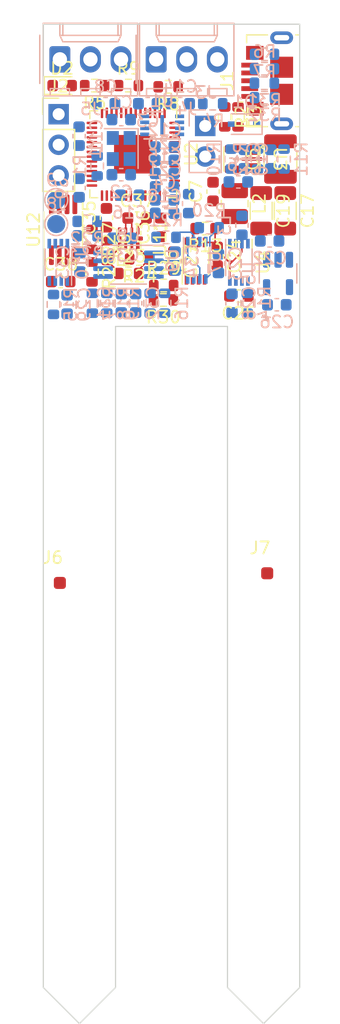
<source format=kicad_pcb>
(kicad_pcb (version 20211014) (generator pcbnew)
  (layers (0 "F.Cu" signal) (1 "In1.Cu" signal) (2 "In2.Cu" signal) (31 "B.Cu" signal) (34 "B.Paste" user) (35 "F.Paste" user) (36 "B.SilkS" user "B.Silkscreen") (37 "F.SilkS" user "F.Silkscreen") (38 "B.Mask" user) (39 "F.Mask" user) (44 "Edge.Cuts" user))
  (net 0 "")
  (net 1 "/XIN")
  (net 2 "GND")
  (net 3 "Net-(C2-Pad1)")
  (net 4 "+3V3")
  (net 5 "Net-(C4-Pad1)")
  (net 6 "+24V")
  (net 7 "Net-(C6-Pad2)")
  (net 8 "Net-(C7-Pad1)")
  (net 9 "Net-(C7-Pad2)")
  (net 10 "+1V1")
  (net 11 "Net-(C10-Pad2)")
  (net 12 "Net-(C13-Pad1)")
  (net 13 "Net-(C22-Pad1)")
  (net 14 "+2V5")
  (net 15 "VBUS")
  (net 16 "Net-(D2-Pad2)")
  (net 17 "Net-(J1-Pad2)")
  (net 18 "Net-(J1-Pad3)")
  (net 20 "Net-(J2-Pad1)")
  (net 21 "Net-(J2-Pad3)")
  (net 22 "Net-(J3-Pad1)")
  (net 23 "Net-(J4-Pad3)")
  (net 24 "Net-(J5-Pad3)")
  (net 25 "/XOUT")
  (net 26 "Net-(R2-Pad2)")
  (net 27 "Net-(R3-Pad2)")
  (net 28 "/QSPI_CS")
  (net 29 "Net-(R5-Pad1)")
  (net 30 "Net-(R6-Pad2)")
  (net 31 "/UART1")
  (net 32 "/UART0")
  (net 33 "/QSPI_D1")
  (net 34 "/QSPI_D2")
  (net 35 "/QSPI_D0")
  (net 36 "/QSPI_CLK")
  (net 37 "/QSPI_D3")
  (net 42 "/GAIN_U{slash}ND")
  (net 43 "/GAIN_NCS")
  (net 44 "/EN_Sens")
  (net 54 "/Sens_Clk")
  (net 59 "/Csens")
  (net 64 "Net-(R15-Pad2)")
  (net 65 "Net-(C24-Pad1)")
  (net 66 "Net-(R13-Pad2)")
  (net 68 "Net-(R14-Pad2)")
  (net 69 "/capSens/TRI2")
  (net 70 "/capSens/TRI1")
  (net 71 "Net-(U8-Pad1)")
  (net 72 "Net-(C28-Pad2)")
  (net 73 "Net-(C29-Pad2)")
  (net 74 "Net-(J8-Pad1)")
  (net 75 "Net-(R20-Pad1)")
  (net 76 "Net-(R21-Pad1)")
  (net 77 "Net-(R23-Pad1)")
  (net 78 "Net-(C35-Pad1)")
  (net 79 "Net-(R25-Pad1)")
  (net 80 "Net-(C36-Pad1)")
  (net 81 "Net-(J9-Pad1)")
  (net 83 "Net-(C28-Pad1)")
  (net 84 "Net-(C29-Pad1)")
  (net 85 "/capSens/VREF")
  (net 86 "Net-(D1-Pad2)")
  (net 87 "Net-(R22-Pad1)")
  (net 88 "Net-(R24-Pad1)")
  (net 89 "Net-(U6-Pad3)")
  (net 90 "Net-(U10-Pad1)")
  (net 91 "Net-(R29-Pad1)")
  (footprint "Capacitor_SMD:C_1206_3216Metric" (layer "F.Cu") (at 233.3 53.9 -90)
    (fp_text reference "C19")
    (fp_text value "22µ")
  )
  (footprint "Bergi:dummyPad" (layer "F.Cu") (at 216.575 84.8)
    (fp_text reference "J6")
    (fp_text value "Conn_01x01")
  )
  (footprint "Capacitor_SMD:C_0603_1608Metric" (layer "F.Cu") (at 216.646428 59.775)
    (fp_text reference "C38")
    (fp_text value "100nF")
  )
  (footprint "Capacitor_SMD:C_1210_3225Metric" (layer "F.Cu") (at 234.9 49.6 90)
    (fp_text reference "C5")
    (fp_text value "10µ")
  )
  (footprint "Resistor_SMD:R_0603_1608Metric" (layer "F.Cu") (at 219.246428 58.975 -90)
    (fp_text reference "R28")
    (fp_text value "20k")
  )
  (footprint "Package_SO:VSSOP-8_2.3x2mm_P0.5mm" (layer "F.Cu") (at 231.446428 58.175 -90)
    (fp_text reference "U4")
    (fp_text value "74AUC2G86")
  )
  (footprint "Resistor_SMD:R_0603_1608Metric" (layer "F.Cu") (at 223.196428 57.9 180)
    (fp_text reference "R24")
    (fp_text value "20k")
  )
  (footprint "Resistor_SMD:R_0603_1608Metric" (layer "F.Cu") (at 225.2 60.1)
    (fp_text reference "R29")
    (fp_text value "4.3k")
  )
  (footprint "Capacitor_SMD:C_0603_1608Metric" (layer "F.Cu") (at 229.3 52.3 90)
    (fp_text reference "C7")
    (fp_text value "100n")
  )
  (footprint "Connector_USB:USB_Micro-B_GCT_USB3076-30-A" (layer "F.Cu") (at 233.8 43.1 90)
    (fp_text reference "J1")
    (fp_text value "USB_B_Micro")
  )
  (footprint "Resistor_SMD:R_0603_1608Metric" (layer "F.Cu") (at 225.175 61.3 180)
    (fp_text reference "R30")
    (fp_text value "10k")
  )
  (footprint "Capacitor_SMD:C_0603_1608Metric" (layer "F.Cu") (at 220.446428 54.475 90)
    (fp_text reference "C35")
    (fp_text value "10n")
  )
  (footprint "Resistor_SMD:R_0603_1608Metric" (layer "F.Cu") (at 219.246428 56.275 -90)
    (fp_text reference "R27")
    (fp_text value "20k")
  )
  (footprint "Inductor_SMD:L_1008_2520Metric" (layer "F.Cu") (at 231.1 53.3 -90)
    (fp_text reference "L2")
    (fp_text value "4.7u")
  )
  (footprint "Package_SO:MSOP-8_3x3mm_P0.65mm" (layer "F.Cu") (at 216.846428 55.475 90)
    (fp_text reference "U12")
    (fp_text value "MCP4011-xxxxMS")
  )
  (footprint "Resistor_SMD:R_0603_1608Metric" (layer "F.Cu") (at 219.465476 43.5 180)
    (fp_text reference "R5")
    (fp_text value "470R")
  )
  (footprint "LED_SMD:LED_0603_1608Metric" (layer "F.Cu") (at 216.765476 43.5)
    (fp_text reference "D2")
    (fp_text value "Green")
  )
  (footprint "Resistor_SMD:R_0603_1608Metric" (layer "F.Cu") (at 230.275 46.1 -90)
    (fp_text reference "R2")
    (fp_text value "27")
  )
  (footprint "Bergi:dummyPad" (layer "F.Cu") (at 233.8 84)
    (fp_text reference "J7")
    (fp_text value "Conn_01x01")
  )
  (footprint "Bergi:V-DFN3020-13" (layer "F.Cu") (at 231.7 49.6 -90)
    (fp_text reference "U3")
    (fp_text value "AP63357Q")
  )
  (footprint "Capacitor_SMD:C_1206_3216Metric" (layer "F.Cu") (at 235.3 53.9 -90)
    (fp_text reference "C17")
    (fp_text value "22µ")
  )
  (footprint "Capacitor_SMD:C_0603_1608Metric" (layer "F.Cu") (at 229.646428 57.675 -90)
    (fp_text reference "C24")
    (fp_text value "10p")
  )
  (footprint "Resistor_SMD:R_0603_1608Metric" (layer "F.Cu") (at 231.375 46.1 -90)
    (fp_text reference "R3")
    (fp_text value "27")
  )
  (footprint "Capacitor_SMD:C_0603_1608Metric" (layer "F.Cu") (at 226.046428 58.075 -90)
    (fp_text reference "C27")
    (fp_text value "100nF")
  )
  (footprint "Package_SO:VSSOP-8_2.3x2mm_P0.5mm" (layer "F.Cu") (at 227.846428 58.075 90)
    (fp_text reference "U6")
    (fp_text value "74AUC2G86")
  )
  (footprint "Resistor_SMD:R_0603_1608Metric" (layer "F.Cu") (at 222.275 43.5)
    (fp_text reference "R9")
    (fp_text value "1k")
  )
  (footprint "Connector_PinHeader_2.54mm:PinHeader_1x03_P2.54mm_Vertical" (layer "F.Cu") (at 216.475 45.875)
    (fp_text reference "J2")
    (fp_text value "Conn_01x03")
  )
  (footprint "Resistor_SMD:R_0603_1608Metric" (layer "F.Cu") (at 222.296428 59.1)
    (fp_text reference "R25")
    (fp_text value "10k")
  )
  (footprint "Capacitor_SMD:C_0603_1608Metric" (layer "F.Cu") (at 231.446428 60.975 180)
    (fp_text reference "C25")
    (fp_text value "100nF")
  )
  (footprint "Capacitor_SMD:C_0603_1608Metric" (layer "F.Cu") (at 224.946428 55.275 90)
    (fp_text reference "C36")
    (fp_text value "10n")
  )
  (footprint "Package_DFN_QFN:QFN-56-1EP_7x7mm_P0.4mm_EP3.2x3.2mm" (layer "F.Cu") (at 222.675 49.2 -90)
    (fp_text reference "U2")
    (fp_text value "RP2040")
  )
  (footprint "Resistor_SMD:R_0603_1608Metric" (layer "F.Cu") (at 225.575 43.6 180)
    (fp_text reference "R8")
    (fp_text value "1k")
  )
  (footprint "Capacitor_SMD:C_0603_1608Metric" (layer "F.Cu") (at 222.996428 54.5)
    (fp_text reference "C37")
    (fp_text value "100nF")
  )
  (footprint "Resistor_SMD:R_0603_1608Metric" (layer "F.Cu") (at 228.646428 55.375 180)
    (fp_text reference "R13")
    (fp_text value "500R")
  )
  (footprint "Resistor_SMD:R_0603_1608Metric" (layer "F.Cu") (at 220.496428 57.2 -90)
    (fp_text reference "R26")
    (fp_text value "10k")
  )
  (footprint "Bergi:Texas_S-X2QFN-10" (layer "F.Cu") (at 222.296428 56.2 -90)
    (fp_text reference "U11")
    (fp_text value "TLV9002S")
  )
  (footprint "Capacitor_SMD:C_0603_1608Metric" (layer "B.Cu") (at 225.275 51.9 180)
    (fp_text reference "C21")
    (fp_text value "1µF")
  )
  (footprint "Capacitor_SMD:C_0603_1608Metric" (layer "B.Cu") (at 234.6 61.7)
    (fp_text reference "C26")
    (fp_text value "1µF")
  )
  (footprint "Resistor_SMD:R_0603_1608Metric" (layer "B.Cu") (at 233.565 43.3)
    (fp_text reference "R31")
    (fp_text value "20R")
  )
  (footprint "Capacitor_SMD:C_0603_1608Metric" (layer "B.Cu") (at 226.146428 58.075 90)
    (fp_text reference "C34")
    (fp_text value "100nF")
  )
  (footprint "Resistor_SMD:R_0603_1608Metric" (layer "B.Cu") (at 233 49.6 -90)
    (fp_text reference "R12")
    (fp_text value "30k")
  )
  (footprint "Capacitor_SMD:C_0603_1608Metric" (layer "B.Cu") (at 218.246428 58.175 -90)
    (fp_text reference "C33")
    (fp_text value "100nF")
  )
  (footprint "Resistor_SMD:R_0603_1608Metric" (layer "B.Cu") (at 229.275 45)
    (fp_text reference "R4")
    (fp_text value "1k")
  )
  (footprint "Capacitor_SMD:C_0603_1608Metric" (layer "B.Cu") (at 218.175 47.7 90)
    (fp_text reference "C11")
    (fp_text value "100nF")
  )
  (footprint "Capacitor_SMD:C_0603_1608Metric" (layer "B.Cu") (at 225.275 48.6 180)
    (fp_text reference "C12")
    (fp_text value "100nF")
  )
  (footprint "Resistor_SMD:R_0603_1608Metric" (layer "B.Cu") (at 220.475 61.575 90)
    (fp_text reference "R18")
    (fp_text value "39k")
  )
  (footprint "Bergi:DFN-8-1EP_3x2mm_P0.5mm_EP0.3x1.6mm" (layer "B.Cu") (at 225.075 46.8 180)
    (fp_text reference "U1")
    (fp_text value "W25Q16JVUXIQ")
  )
  (footprint "Capacitor_SMD:C_0603_1608Metric" (layer "B.Cu") (at 231.4 51.5 180)
    (fp_text reference "C6")
    (fp_text value "3.3n")
  )
  (footprint "Resistor_SMD:R_0603_1608Metric" (layer "B.Cu") (at 235.2 49.6 90)
    (fp_text reference "R11")
    (fp_text value "91k")
  )
  (footprint "Capacitor_SMD:C_0603_1608Metric" (layer "B.Cu") (at 225.275 54.1 180)
    (fp_text reference "C18")
    (fp_text value "100nF")
  )
  (footprint "Capacitor_SMD:C_0603_1608Metric" (layer "B.Cu") (at 231.9 49.6 90)
    (fp_text reference "C10")
    (fp_text value "DNP")
  )
  (footprint "Package_TO_SOT_SMD:SOT-23-5" (layer "B.Cu") (at 234.7 59.1 -90)
    (fp_text reference "U5")
    (fp_text value "MIC5504-2.5YM5")
  )
  (footprint "Capacitor_SMD:C_0603_1608Metric" (layer "B.Cu") (at 221.675 50.9)
    (fp_text reference "C2")
    (fp_text value "12p")
  )
  (footprint "Capacitor_SMD:C_0603_1608Metric" (layer "B.Cu") (at 222.375 52.6)
    (fp_text reference "C16")
    (fp_text value "100nF")
  )
  (footprint "Diode_SMD:D_SOD-323" (layer "B.Cu") (at 231.875 46.7 180)
    (fp_text reference "D1")
    (fp_text value "BAT54W")
  )
  (footprint "Resistor_SMD:R_0603_1608Metric" (layer "B.Cu") (at 216.046428 61.675 90)
    (fp_text reference "R15")
    (fp_text value "2k2")
  )
  (footprint "Connector_PinSocket_2.54mm:PinSocket_1x02_P2.54mm_Vertical" (layer "B.Cu") (at 228.65 46.85 180)
    (fp_text reference "J3")
    (fp_text value "Conn_01x02")
  )
  (footprint "Capacitor_SMD:C_0603_1608Metric" (layer "B.Cu") (at 220.375 45 180)
    (fp_text reference "C8")
    (fp_text value "100nF")
  )
  (footprint "Capacitor_SMD:C_0603_1608Metric" (layer "B.Cu") (at 230.875 61.575 90)
    (fp_text reference "C28")
    (fp_text value "100p")
  )
  (footprint "Resistor_SMD:R_0603_1608Metric" (layer "B.Cu") (at 233.575 44.5)
    (fp_text reference "R32")
    (fp_text value "20R")
  )
  (footprint "Resistor_SMD:R_0603_1608Metric" (layer "B.Cu") (at 218.846428 54.775)
    (fp_text reference "R22")
    (fp_text value "1k")
  )
  (footprint "TestPoint:TestPoint_Pad_D1.5mm" (layer "B.Cu") (at 216.275 53 180)
    (fp_text reference "J9")
    (fp_text value "Conn_01x01")
  )
  (footprint "Resistor_SMD:R_0603_1608Metric" (layer "B.Cu") (at 219.675 50.175 -90)
    (fp_text reference "R1")
    (fp_text value "1k")
  )
  (footprint "Resistor_SMD:R_0603_1608Metric" (layer "B.Cu") (at 225.275 61.575 90)
    (fp_text reference "R16")
    (fp_text value "10k")
  )
  (footprint "Capacitor_SMD:C_0603_1608Metric" (layer "B.Cu") (at 218.175 52 -90)
    (fp_text reference "C9")
    (fp_text value "100nF")
  )
  (footprint "Capacitor_SMD:C_0603_1608Metric" (layer "B.Cu") (at 221.746428 56.175)
    (fp_text reference "C30")
    (fp_text value "100nF")
  )
  (footprint "Resistor_SMD:R_0603_1608Metric" (layer "B.Cu") (at 225.394642 56.1 180)
    (fp_text reference "R21")
    (fp_text value "1k")
  )
  (footprint "Resistor_SMD:R_0603_1608Metric" (layer "B.Cu") (at 232.146428 61.575 90)
    (fp_text reference "R14")
    (fp_text value "2k2")
  )
  (footprint "Resistor_SMD:R_0603_1608Metric" (layer "B.Cu") (at 224.075 61.575 -90)
    (fp_text reference "R19")
    (fp_text value "10k")
  )
  (footprint "Capacitor_SMD:C_0603_1608Metric" (layer "B.Cu") (at 222.875 61.575 90)
    (fp_text reference "C32")
    (fp_text value "100n")
  )
  (footprint "Crystal:Crystal_SMD_2520-4Pin_2.5x2.0mm" (layer "B.Cu") (at 221.675 48.725 -90)
    (fp_text reference "Y1")
    (fp_text value "12Mhz")
  )
  (footprint "Capacitor_SMD:C_0603_1608Metric" (layer "B.Cu") (at 223.875 45)
    (fp_text reference "C3")
    (fp_text value "100nF")
  )
  (footprint "Resistor_SMD:R_0603_1608Metric" (layer "B.Cu") (at 228.975 55.3 180)
    (fp_text reference "R20")
    (fp_text value "1k")
  )
  (footprint "Capacitor_SMD:C_0603_1608Metric" (layer "B.Cu") (at 225.275 50.8 180)
    (fp_text reference "C15")
    (fp_text value "1µF")
  )
  (footprint "Capacitor_SMD:C_0603_1608Metric" (layer "B.Cu") (at 234.1 49.6 -90)
    (fp_text reference "C13")
    (fp_text value "DNP")
  )
  (footprint "Capacitor_SMD:C_0603_1608Metric" (layer "B.Cu") (at 225.275 53 180)
    (fp_text reference "C4")
    (fp_text value "1µF")
  )
  (footprint "Capacitor_SMD:C_0603_1608Metric" (layer "B.Cu") (at 221.675 61.575 -90)
    (fp_text reference "C31")
    (fp_text value "390n")
  )
  (footprint "Inductor_SMD:L_0603_1608Metric" (layer "B.Cu") (at 227.275 53.3 -90)
    (fp_text reference "L1")
    (fp_text value "600R")
  )
  (footprint "Resistor_SMD:R_0603_1608Metric" (layer "B.Cu") (at 230.8 49.6 -90)
    (fp_text reference "R10")
    (fp_text value "27k")
  )
  (footprint "Capacitor_SMD:C_0603_1608Metric" (layer "B.Cu") (at 221.675 46.325 180)
    (fp_text reference "C1")
    (fp_text value "12p")
  )
  (footprint "Resistor_SMD:R_0603_1608Metric" (layer "B.Cu") (at 219.275 61.575 90)
    (fp_text reference "R17")
    (fp_text value "10k")
  )
  (footprint "Capacitor_SMD:C_0603_1608Metric" (layer "B.Cu") (at 217.175 61.675 90)
    (fp_text reference "C29")
    (fp_text value "100p")
  )
  (footprint "Connector_Molex:Molex_KK-254_AE-6410-03A_1x03_P2.54mm_Vertical" (layer "B.Cu") (at 224.575 41.32)
    (fp_text reference "J4")
    (fp_text value "Conn_01x03")
  )
  (footprint "Package_SO:VSSOP-8_2.3x2mm_P0.5mm" (layer "B.Cu") (at 231.446428 58.175 -90)
    (fp_text reference "U7")
    (fp_text value "74AUC2G08")
  )
  (footprint "Package_SO:MSOP-8_3x3mm_P0.65mm" (layer "B.Cu") (at 222.275 58.375 180)
    (fp_text reference "U8")
    (fp_text value "OPA2356xxDGK")
  )
  (footprint "Capacitor_SMD:C_0603_1608Metric" (layer "B.Cu") (at 225.275 49.7 180)
    (fp_text reference "C20")
    (fp_text value "100nF")
  )
  (footprint "Inductor_SMD:L_0603_1608Metric" (layer "B.Cu") (at 231.7 55.1 -90)
    (fp_text reference "L3")
    (fp_text value "600R")
  )
  (footprint "Package_SO:VSSOP-8_2.3x2mm_P0.5mm" (layer "B.Cu") (at 216.446428 58.175 90)
    (fp_text reference "U10")
    (fp_text value "74AUC2G66")
  )
  (footprint "Resistor_SMD:R_0603_1608Metric" (layer "B.Cu") (at 218.846428 55.975)
    (fp_text reference "R23")
    (fp_text value "1k")
  )
  (footprint "Capacitor_SMD:C_0603_1608Metric" (layer "B.Cu") (at 226.575 45 180)
    (fp_text reference "C14")
    (fp_text value "100nF")
  )
  (footprint "Connector_Molex:Molex_KK-254_AE-6410-03A_1x03_P2.54mm_Vertical" (layer "B.Cu") (at 216.575 41.32)
    (fp_text reference "J5")
    (fp_text value "Conn_01x03")
  )
  (footprint "Capacitor_SMD:C_0603_1608Metric" (layer "B.Cu") (at 229.746428 58.275 90)
    (fp_text reference "C23")
    (fp_text value "100nF")
  )
  (footprint "Resistor_SMD:R_0603_1608Metric" (layer "B.Cu") (at 233.575 42.1 180)
    (fp_text reference "R6")
    (fp_text value "5.6k")
  )
  (footprint "Package_SO:VSSOP-8_2.3x2mm_P0.5mm" (layer "B.Cu") (at 227.946428 58.003572 -90)
    (fp_text reference "U9")
    (fp_text value "74AUC2G66")
  )
  (footprint "Resistor_SMD:R_0603_1608Metric" (layer "B.Cu") (at 233.575 40.9)
    (fp_text reference "R7")
    (fp_text value "10k")
  )
  (footprint "Capacitor_SMD:C_0603_1608Metric" (layer "B.Cu") (at 234 56.4)
    (fp_text reference "C22")
    (fp_text value "1µF")
  )
  (footprint "TestPoint:TestPoint_Pad_D1.5mm" (layer "B.Cu") (at 216.275 55 180)
    (fp_text reference "J8")
    (fp_text value "Conn_01x01")
  )
  (gr_line (start 221.2 118.4) (end 221.2 63.5) (layer "Edge.Cuts") (width 0.1))
  (gr_line (start 236.5 38.4) (end 236.5 118.4) (layer "Edge.Cuts") (width 0.1))
  (gr_line (start 236.5 38.4) (end 215.2 38.4) (layer "Edge.Cuts") (width 0.1))
  (gr_line (start 215.2 38.4) (end 215.2 118.4) (layer "Edge.Cuts") (width 0.1))
  (gr_line (start 233.5 121.4) (end 230.5 118.4) (layer "Edge.Cuts") (width 0.1))
  (gr_line (start 230.5 63.5) (end 221.2 63.5) (layer "Edge.Cuts") (width 0.1))
  (gr_line (start 218.2 121.4) (end 221.2 118.4) (layer "Edge.Cuts") (width 0.1))
  (gr_line (start 236.5 118.4) (end 233.5 121.4) (layer "Edge.Cuts") (width 0.1))
  (gr_line (start 215.2 118.4) (end 218.2 121.4) (layer "Edge.Cuts") (width 0.1))
  (gr_line (start 230.5 118.4) (end 230.5 63.5) (layer "Edge.Cuts") (width 0.1))
  (segment (start 223.046428 55.225) (end 223.771428 54.5) (width 0.127) (layer "F.Cu") (net 2))
  (segment (start 223.046428 55.575) (end 223.046428 55.225) (width 0.127) (layer "F.Cu") (net 2))
  (segment (start 222.546428 54.825) (end 222.221428 54.5) (width 0.127) (layer "F.Cu") (net 14))
  (segment (start 222.046428 55.575) (end 222.046428 54.675) (width 0.127) (layer "F.Cu") (net 14))
  (segment (start 222.046428 54.675) (end 222.221428 54.5) (width 0.127) (layer "F.Cu") (net 14))
  (segment (start 222.046428 56.825) (end 222.046428 55.575) (width 0.127) (layer "F.Cu") (net 14))
  (segment (start 222.546428 55.575) (end 222.546428 54.825) (width 0.127) (layer "F.Cu") (net 14))
  (segment (start 226.721428 58.85) (end 226.146428 58.85) (width 0.127) (layer "B.Cu") (net 14))
  (segment (start 227.196428 59.553572) (end 227.196428 59.325) (width 0.127) (layer "B.Cu") (net 14))
  (segment (start 227.196428 59.325) (end 226.721428 58.85) (width 0.127) (layer "B.Cu") (net 14))
  (segment (start 222.546428 57.725) (end 222.371428 57.9) (width 0.127) (layer "F.Cu") (net 59))
  (segment (start 222.546428 56.825) (end 222.546428 57.725) (width 0.127) (layer "F.Cu") (net 59))
  (segment (start 229.646428 57.175) (end 230.546428 58.075) (width 0.127) (layer "F.Cu") (net 65))
  (segment (start 230.696428 58.325) (end 231.246428 57.775) (width 0.127) (layer "F.Cu") (net 65))
  (segment (start 230.696428 59.725) (end 230.696428 58.325) (width 0.127) (layer "F.Cu") (net 65))
  (segment (start 228.596428 56.525) (end 229.271428 56.525) (width 0.127) (layer "F.Cu") (net 65))
  (segment (start 229.646428 56.9) (end 229.646428 57.175) (width 0.127) (layer "F.Cu") (net 65))
  (segment (start 231.696428 57.325) (end 231.696428 56.625) (width 0.127) (layer "F.Cu") (net 65))
  (segment (start 231.246428 57.775) (end 231.696428 57.325) (width 0.127) (layer "F.Cu") (net 65))
  (segment (start 230.546428 58.075) (end 230.946428 58.075) (width 0.127) (layer "F.Cu") (net 65))
  (segment (start 229.271428 56.525) (end 229.646428 56.9) (width 0.127) (layer "F.Cu") (net 65))
  (segment (start 229.471428 56.725) (end 229.646428 56.9) (width 0.127) (layer "F.Cu") (net 65))
  (segment (start 229.471428 55.175) (end 229.471428 56.725) (width 0.127) (layer "F.Cu") (net 65))
  (segment (start 227.596428 55.6) (end 227.821428 55.375) (width 0.127) (layer "F.Cu") (net 66))
  (segment (start 228.096428 56.525) (end 227.596428 56.525) (width 0.127) (layer "F.Cu") (net 66))
  (segment (start 227.596428 56.525) (end 227.596428 55.6) (width 0.127) (layer "F.Cu") (net 66))
  (segment (start 224.3875 58.05) (end 226.971428 58.05) (width 0.127) (layer "B.Cu") (net 71))
  (segment (start 227.296428 57.725) (end 227.196428 57.625) (width 0.127) (layer "B.Cu") (net 71))
  (segment (start 224.3875 58.05) (end 224.3875 57.4) (width 0.127) (layer "B.Cu") (net 71))
  (segment (start 228.196428 59.553572) (end 228.196428 58.625) (width 0.127) (layer "B.Cu") (net 71))
  (segment (start 228.196428 58.625) (end 227.296428 57.725) (width 0.127) (layer "B.Cu") (net 71))
  (segment (start 226.971428 58.05) (end 227.296428 57.725) (width 0.127) (layer "B.Cu") (net 71))
  (segment (start 227.196428 57.625) (end 227.196428 56.453572) (width 0.127) (layer "B.Cu") (net 71))
  (segment (start 220.496428 56.375) (end 219.796428 57.075) (width 0.127) (layer "F.Cu") (net 74))
  (segment (start 221.421428 56.2) (end 220.671428 56.2) (width 0.127) (layer "F.Cu") (net 74))
  (segment (start 220.671428 56.2) (end 220.496428 56.375) (width 0.127) (layer "F.Cu") (net 74))
  (segment (start 229.036928 59.213072) (end 229.036928 56.063072) (width 0.127) (layer "B.Cu") (net 75))
  (segment (start 228.696428 59.553572) (end 229.036928 59.213072) (width 0.127) (layer "B.Cu") (net 75))
  (segment (start 229.036928 56.063072) (end 229.8 55.3) (width 0.127) (layer "B.Cu") (net 75))
  (segment (start 227.696428 55.925) (end 227.696428 56.453572) (width 0.127) (layer "B.Cu") (net 76))
  (segment (start 226.183356 55.863072) (end 226.358356 55.863072) (width 0.127) (layer "B.Cu") (net 76))
  (segment (start 226.171428 55.875) (end 226.183356 55.863072) (width 0.127) (layer "B.Cu") (net 76))
  (segment (start 227.446428 55.675) (end 227.696428 55.925) (width 0.127) (layer "B.Cu") (net 76))
  (segment (start 226.546428 55.675) (end 227.446428 55.675) (width 0.127) (layer "B.Cu") (net 76))
  (segment (start 226.358356 55.863072) (end 226.546428 55.675) (width 0.127) (layer "B.Cu") (net 76))
  (segment (start 221.471428 59.1) (end 221.471428 59) (width 0.127) (layer "F.Cu") (net 79))
  (segment (start 221.471428 59) (end 220.496428 58.025) (width 0.127) (layer "F.Cu") (net 79))
  (segment (start 220.496428 58.025) (end 221.546428 56.975) (width 0.127) (layer "F.Cu") (net 79))
  (segment (start 221.546428 56.975) (end 221.546428 56.825) (width 0.127) (layer "F.Cu") (net 79))
  (segment (start 223.046428 56.951786) (end 223.046428 56.825) (width 0.127) (layer "F.Cu") (net 88))
  (segment (start 224.021428 57.9) (end 223.994642 57.9) (width 0.127) (layer "F.Cu") (net 88))
  (segment (start 223.121428 58.8) (end 224.021428 57.9) (width 0.127) (layer "F.Cu") (net 88))
  (segment (start 223.994642 57.9) (end 223.046428 56.951786) (width 0.127) (layer "F.Cu") (net 88))
  (segment (start 223.121428 59.1) (end 223.121428 58.8) (width 0.127) (layer "F.Cu") (net 88))
)
</source>
